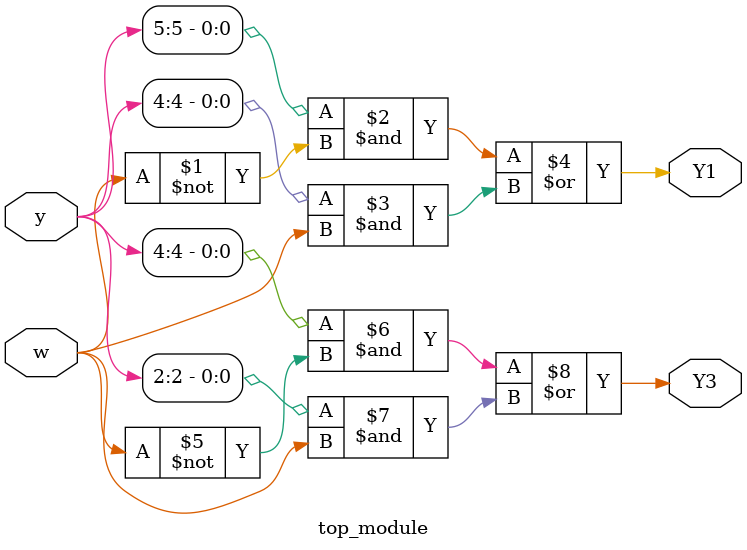
<source format=sv>
module top_module (
	input [5:0] y,
	input w,
	output Y1,
	output Y3
);
	
	// flip-flop Y1
	assign Y1 = (y[5] & ~w) | (y[4] & w);
	
	// flip-flop Y3
	assign Y3 = (y[4] & ~w) | (y[2] & w);

endmodule

</source>
